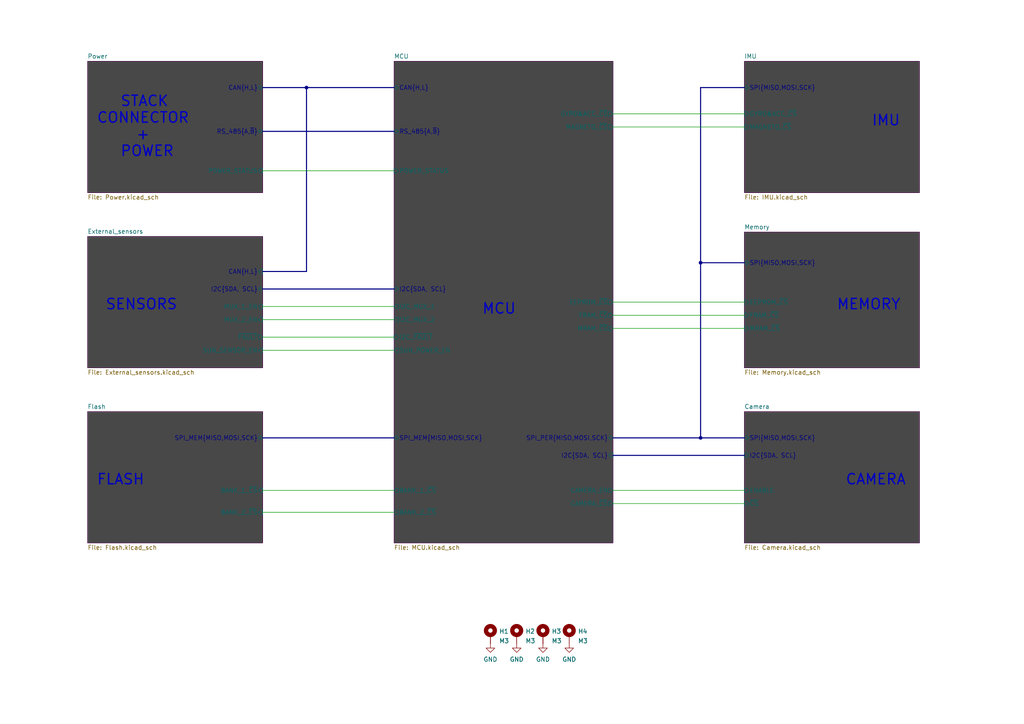
<source format=kicad_sch>
(kicad_sch (version 20211123) (generator eeschema)
  (paper "A4")
  (title_block (title "BUTCube - Flight controller") (date "2022-03-11") (rev "v1.0") (comment 1 "Author: Petr Malaník"))
  (lib_symbols
    (symbol "Mechanical:MountingHole_Pad" (pin_numbers hide) (pin_names (offset 1.016) hide)
      (property "Reference" "H" (at 0 6.35 0))
      (property "Value" "MountingHole_Pad" (at 0 4.445 0))
      (symbol "MountingHole_Pad_0_1"
        (circle (center 0 1.27) (radius 1.27) (stroke (width 1.27)))
      )
      (symbol "MountingHole_Pad_1_1"
        (pin input line (at 0 -2.54 90) (length 2.54) (name "1") (number "1"))
      )
    )
    (symbol "power:GND" (power) (pin_names (offset 0))
      (property "Value" "GND" (at 0 -3.81 0))
      (symbol "GND_0_1"
        (polyline (pts (xy 0 0) (xy 0 -1.27) (xy 1.27 -1.27) (xy 0 -2.54) (xy -1.27 -1.27) (xy 0 -1.27)))
      )
      (symbol "GND_1_1"
        (pin power_in line (at 0 0 270) (length 0) hide (name "GND") (number "1"))
      )
    )
  )
  (junction (at 88.9 25.4))
  (junction (at 203.2 127))
  (junction (at 203.2 76.2))
  (wire (pts (xy 177.8 33.02) (xy 215.9 33.02)))
  (bus (pts (xy 177.8 132.08) (xy 215.9 132.08)))
  (bus (pts (xy 203.2 76.2) (xy 203.2 25.4)))
  (bus (pts (xy 88.9 25.4) (xy 88.9 78.74)))
  (bus (pts (xy 203.2 127) (xy 203.2 76.2)))
  (bus (pts (xy 76.2 25.4) (xy 88.9 25.4)))
  (wire (pts (xy 76.2 49.53) (xy 114.3 49.53)))
  (wire (pts (xy 177.8 91.44) (xy 215.9 91.44)))
  (bus (pts (xy 177.8 127) (xy 203.2 127)))
  (wire (pts (xy 177.8 36.83) (xy 215.9 36.83)))
  (wire (pts (xy 76.2 148.59) (xy 114.3 148.59)))
  (wire (pts (xy 76.2 88.9) (xy 114.3 88.9)))
  (bus (pts (xy 88.9 25.4) (xy 114.3 25.4)))
  (bus (pts (xy 76.2 127) (xy 114.3 127)))
  (bus (pts (xy 203.2 76.2) (xy 215.9 76.2)))
  (wire (pts (xy 177.8 95.25) (xy 215.9 95.25)))
  (bus (pts (xy 76.2 38.1) (xy 114.3 38.1)))
  (wire (pts (xy 177.8 87.63) (xy 215.9 87.63)))
  (wire (pts (xy 177.8 146.05) (xy 215.9 146.05)))
  (wire (pts (xy 76.2 142.24) (xy 114.3 142.24)))
  (bus (pts (xy 76.2 83.82) (xy 114.3 83.82)))
  (bus (pts (xy 76.2 78.74) (xy 88.9 78.74)))
  (wire (pts (xy 76.2 92.71) (xy 114.3 92.71)))
  (wire (pts (xy 76.2 101.6) (xy 114.3 101.6)))
  (wire (pts (xy 76.2 97.79) (xy 114.3 97.79)))
  (bus (pts (xy 203.2 25.4) (xy 215.9 25.4)))
  (bus (pts (xy 203.2 127) (xy 215.9 127)))
  (wire (pts (xy 177.8 142.24) (xy 215.9 142.24)))
  (text "MCU" (at 139.7 91.44 0) (effects (font (size 3 3) (thickness 0.4) bold) (justify left bottom)))
  (text "SENSORS" (at 30.48 90.17 0) (effects (font (size 3 3) (thickness 0.4) bold) (justify left bottom)))
  (text "CAMERA" (at 245.11 140.97 0) (effects (font (size 3 3) (thickness 0.4) bold) (justify left bottom)))
  (text "   STACK\nCONNECTOR\n     +\n   POWER" (at 27.94 45.72 0) (effects (font (size 3 3) (thickness 0.4) bold) (justify left bottom)))
  (text "IMU" (at 252.73 36.83 0) (effects (font (size 3 3) (thickness 0.4) bold) (justify left bottom)))
  (text "MEMORY" (at 242.57 90.17 0) (effects (font (size 3 3) (thickness 0.4) bold) (justify left bottom)))
  (text "FLASH" (at 27.94 140.97 0) (effects (font (size 3 3) (thickness 0.4) bold) (justify left bottom)))
  (symbol (lib_id "Mechanical:MountingHole_Pad") (at 149.86 184.15 0) (unit 1)
    (property "Reference" "H2" (at 152.4001 183.1145 0) (effects (justify left)))
    (property "Value" "M3" (at 152.4001 185.8896 0) (effects (justify left)))
    (property "Footprint" "MountingHole:MountingHole_3.2mm_M3_Pad_Via" (effects hide))
  )
  (symbol (lib_id "power:GND") (at 165.1 186.69 0) (unit 1)
    (property "Reference" "#PWR0160" (effects hide))
    (property "Value" "GND" (at 165.1 191.2526 0))
  )
  (symbol (lib_id "Mechanical:MountingHole_Pad") (at 165.1 184.15 0) (unit 1)
    (property "Reference" "H4" (at 167.6401 183.1145 0) (effects (justify left)))
    (property "Value" "M3" (at 167.6401 185.8896 0) (effects (justify left)))
    (property "Footprint" "MountingHole:MountingHole_3.2mm_M3_Pad_Via" (effects hide))
  )
  (symbol (lib_id "Mechanical:MountingHole_Pad") (at 142.24 184.15 0) (unit 1)
    (property "Reference" "H1" (at 144.7801 183.1145 0) (effects (justify left)))
    (property "Value" "M3" (at 144.7801 185.8896 0) (effects (justify left)))
    (property "Footprint" "MountingHole:MountingHole_3.2mm_M3_Pad_Via" (effects hide))
  )
  (symbol (lib_id "Mechanical:MountingHole_Pad") (at 157.48 184.15 0) (unit 1)
    (property "Reference" "H3" (at 160.0201 183.1145 0) (effects (justify left)))
    (property "Value" "M3" (at 160.0201 185.8896 0) (effects (justify left)))
    (property "Footprint" "MountingHole:MountingHole_3.2mm_M3_Pad_Via" (effects hide))
  )
  (symbol (lib_id "power:GND") (at 149.86 186.69 0) (unit 1)
    (property "Reference" "#PWR0158" (effects hide))
    (property "Value" "GND" (at 149.86 191.2526 0))
  )
  (symbol (lib_id "power:GND") (at 157.48 186.69 0) (unit 1)
    (property "Reference" "#PWR0159" (effects hide))
    (property "Value" "GND" (at 157.48 191.2526 0))
  )
  (symbol (lib_id "power:GND") (at 142.24 186.69 0) (unit 1)
    (property "Reference" "#PWR0161" (effects hide))
    (property "Value" "GND" (at 142.24 191.2526 0))
  )
  (sheet (at 215.9 119.38) (size 50.8 38.1) (stroke (width 0.1524) (color 72 0 72 1)) (fill (color 72 72 72 1.0000))
    (property "Sheet name" "Camera" (at 215.9 118.6684 0) (effects (justify left bottom)))
    (property "Sheet file" "Camera.kicad_sch" (at 215.9 158.0646 0) (effects (justify left top)))
    (pin "SPI{MISO,MOSI,SCK}" bidirectional (at 215.9 127 180))
    (pin "ENABLE" input (at 215.9 142.24 180))
    (pin "I2C{SDA, SCL}" input (at 215.9 132.08 180))
    (pin "~{CS}" input (at 215.9 146.05 180))
  )
  (sheet (at 215.9 67.31) (size 50.8 39.37) (stroke (width 0.1524) (color 72 0 72 1)) (fill (color 72 72 72 1.0000))
    (property "Sheet name" "Memory" (at 215.9 66.5984 0) (effects (justify left bottom)))
    (property "Sheet file" "Memory.kicad_sch" (at 215.9 107.2646 0) (effects (justify left top)))
    (pin "SPI{MISO,MOSI,SCK}" bidirectional (at 215.9 76.2 180))
    (pin "FRAM_~{CS}" input (at 215.9 91.44 180))
    (pin "MRAM_~{CS}" input (at 215.9 95.25 180))
    (pin "EEPROM_~{CS}" input (at 215.9 87.63 180))
  )
  (sheet (at 25.4 119.38) (size 50.8 38.1) (stroke (width 0.1524) (color 72 0 72 1)) (fill (color 72 72 72 1.0000))
    (property "Sheet name" "Flash" (at 25.4 118.6684 0) (effects (justify left bottom)))
    (property "Sheet file" "Flash.kicad_sch" (at 25.4 158.0646 0) (effects (justify left top)))
    (pin "BANK_1_~{CS}" input (at 76.2 142.24 0))
    (pin "BANK_2_~{CS}" input (at 76.2 148.59 0))
    (pin "SPI_MEM{MISO,MOSI,SCK}" bidirectional (at 76.2 127 0))
  )
  (sheet (at 215.9 17.78) (size 50.8 38.1) (stroke (width 0.1524) (color 72 0 72 1)) (fill (color 72 72 72 1.0000))
    (property "Sheet name" "IMU" (at 215.9 17.0684 0) (effects (justify left bottom)))
    (property "Sheet file" "IMU.kicad_sch" (at 215.9 56.4646 0) (effects (justify left top)))
    (pin "SPI{MISO,MOSI,SCK}" bidirectional (at 215.9 25.4 180))
    (pin "GYRO&ACC_~{CS}" input (at 215.9 33.02 180))
    (pin "MAGNETO_~{CS}" input (at 215.9 36.83 180))
  )
  (sheet (at 114.3 17.78) (size 63.5 139.7) (stroke (width 0.1524) (color 72 0 72 1)) (fill (color 72 72 72 1.0000))
    (property "Sheet name" "MCU" (at 114.3 17.0684 0) (effects (justify left bottom)))
    (property "Sheet file" "MCU.kicad_sch" (at 114.3 158.0646 0) (effects (justify left top)))
    (pin "BANK_1_~{CS}" output (at 114.3 142.24 180))
    (pin "BANK_2_~{CS}" output (at 114.3 148.59 180))
    (pin "SPI_PER{MISO,MOSI,SCK}" bidirectional (at 177.8 127 0))
    (pin "I2C{SDA, SCL}" bidirectional (at 114.3 83.82 180))
    (pin "CAN{H,L}" bidirectional (at 114.3 25.4 180))
    (pin "RS_485{A,~{B}}" bidirectional (at 114.3 38.1 180))
    (pin "I2C_MUX_1" output (at 114.3 88.9 180))
    (pin "I2C_MUX_2" output (at 114.3 92.71 180))
    (pin "EEPROM_~{CS}" output (at 177.8 87.63 0))
    (pin "GYRO&ACC_~{CS}" output (at 177.8 33.02 0))
    (pin "FRAM_~{CS}" output (at 177.8 91.44 0))
    (pin "MRAM_~{CS}" output (at 177.8 95.25 0))
    (pin "MAGNETO_~{CS}" output (at 177.8 36.83 0))
    (pin "SPI_MEM{MISO,MOSI,SCK}" bidirectional (at 114.3 127 180))
    (pin "CAMERA_~{CS}" output (at 177.8 146.05 0))
    (pin "CAMERA_EN" output (at 177.8 142.24 0))
    (pin "I2C_~{FAULT}" input (at 114.3 97.79 180))
    (pin "I2C{SDA, SCL}" input (at 177.8 132.08 0))
    (pin "SUN_POWER_EN" output (at 114.3 101.6 180))
    (pin "POWER_STATUS" input (at 114.3 49.53 180))
  )
  (sheet (at 25.4 68.58) (size 50.8 38.1) (stroke (width 0.1524) (color 72 0 72 1)) (fill (color 72 72 72 1.0000))
    (property "Sheet name" "External_sensors" (at 25.4 67.8684 0) (effects (justify left bottom)))
    (property "Sheet file" "External_sensors.kicad_sch" (at 25.4 107.2646 0) (effects (justify left top)))
    (pin "I2C{SDA, SCL}" bidirectional (at 76.2 83.82 0))
    (pin "~{FAULT}" output (at 76.2 97.79 0))
    (pin "MUX_1_EN" input (at 76.2 88.9 0))
    (pin "MUX_2_EN" input (at 76.2 92.71 0))
    (pin "CAN{H,L}" input (at 76.2 78.74 0))
    (pin "SUN_SENSOR_EN" input (at 76.2 101.6 0))
  )
  (sheet (at 25.4 17.78) (size 50.8 38.1) (stroke (width 0.1524) (color 72 0 72 1)) (fill (color 72 72 72 1.0000))
    (property "Sheet name" "Power" (at 25.4 17.0684 0) (effects (justify left bottom)))
    (property "Sheet file" "Power.kicad_sch" (at 25.4 56.4646 0) (effects (justify left top)))
    (pin "RS_485{A,~{B}}" bidirectional (at 76.2 38.1 0))
    (pin "CAN{H,L}" bidirectional (at 76.2 25.4 0))
    (pin "POWER_STATUS" input (at 76.2 49.53 0))
  )
)
</source>
